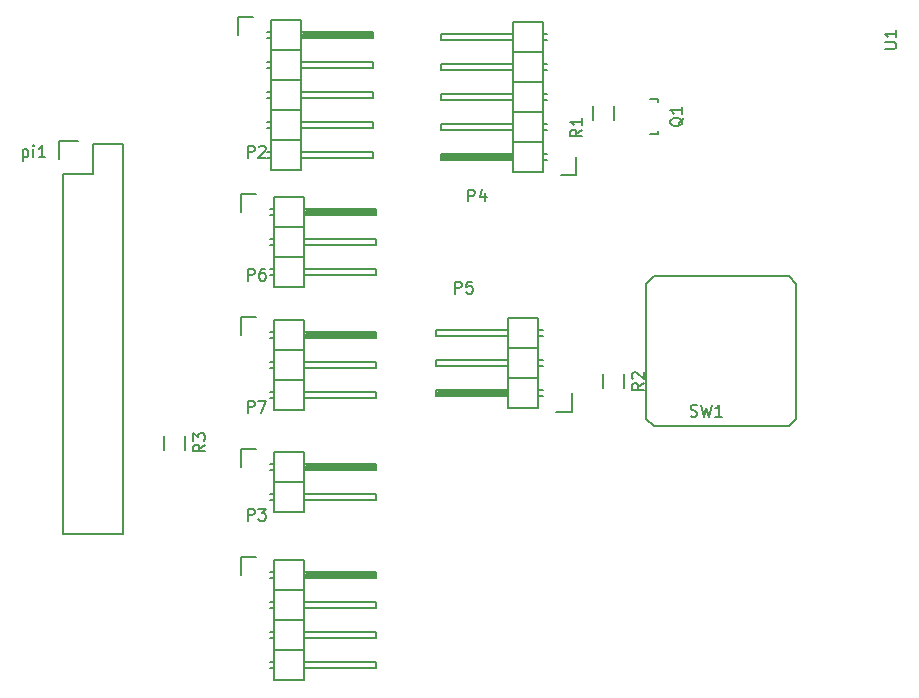
<source format=gbr>
G04 #@! TF.FileFunction,Legend,Top*
%FSLAX46Y46*%
G04 Gerber Fmt 4.6, Leading zero omitted, Abs format (unit mm)*
G04 Created by KiCad (PCBNEW 4.0.2+dfsg1-stable) date Fri 11 Nov 2016 01:01:40 AM EST*
%MOMM*%
G01*
G04 APERTURE LIST*
%ADD10C,0.100000*%
%ADD11C,0.150000*%
G04 APERTURE END LIST*
D10*
D11*
X125509500Y-127291500D02*
X125509500Y-128841500D01*
X126809500Y-127291500D02*
X125509500Y-127291500D01*
X131000500Y-128714500D02*
X136842500Y-128714500D01*
X136842500Y-128714500D02*
X136842500Y-128968500D01*
X136842500Y-128968500D02*
X131000500Y-128968500D01*
X131000500Y-128968500D02*
X131000500Y-128841500D01*
X131000500Y-128841500D02*
X136842500Y-128841500D01*
X128333500Y-128587500D02*
X127952500Y-128587500D01*
X128333500Y-129095500D02*
X127952500Y-129095500D01*
X128333500Y-131127500D02*
X127952500Y-131127500D01*
X128333500Y-131635500D02*
X127952500Y-131635500D01*
X128333500Y-133667500D02*
X127952500Y-133667500D01*
X128333500Y-134175500D02*
X127952500Y-134175500D01*
X128333500Y-136715500D02*
X127952500Y-136715500D01*
X128333500Y-136207500D02*
X127952500Y-136207500D01*
X128333500Y-127571500D02*
X130873500Y-127571500D01*
X128333500Y-130111500D02*
X130873500Y-130111500D01*
X128333500Y-130111500D02*
X128333500Y-132651500D01*
X128333500Y-132651500D02*
X130873500Y-132651500D01*
X130873500Y-131127500D02*
X136969500Y-131127500D01*
X136969500Y-131127500D02*
X136969500Y-131635500D01*
X136969500Y-131635500D02*
X130873500Y-131635500D01*
X130873500Y-132651500D02*
X130873500Y-130111500D01*
X130873500Y-130111500D02*
X130873500Y-127571500D01*
X136969500Y-129095500D02*
X130873500Y-129095500D01*
X136969500Y-128587500D02*
X136969500Y-129095500D01*
X130873500Y-128587500D02*
X136969500Y-128587500D01*
X128333500Y-130111500D02*
X130873500Y-130111500D01*
X128333500Y-127571500D02*
X128333500Y-130111500D01*
X128333500Y-135191500D02*
X130873500Y-135191500D01*
X128333500Y-135191500D02*
X128333500Y-137731500D01*
X128333500Y-137731500D02*
X130873500Y-137731500D01*
X130873500Y-136207500D02*
X136969500Y-136207500D01*
X136969500Y-136207500D02*
X136969500Y-136715500D01*
X136969500Y-136715500D02*
X130873500Y-136715500D01*
X130873500Y-137731500D02*
X130873500Y-135191500D01*
X130873500Y-135191500D02*
X130873500Y-132651500D01*
X136969500Y-134175500D02*
X130873500Y-134175500D01*
X136969500Y-133667500D02*
X136969500Y-134175500D01*
X130873500Y-133667500D02*
X136969500Y-133667500D01*
X128333500Y-135191500D02*
X130873500Y-135191500D01*
X128333500Y-132651500D02*
X128333500Y-135191500D01*
X128333500Y-132651500D02*
X130873500Y-132651500D01*
X125509500Y-106971500D02*
X125509500Y-108521500D01*
X126809500Y-106971500D02*
X125509500Y-106971500D01*
X131000500Y-108394500D02*
X136842500Y-108394500D01*
X136842500Y-108394500D02*
X136842500Y-108648500D01*
X136842500Y-108648500D02*
X131000500Y-108648500D01*
X131000500Y-108648500D02*
X131000500Y-108521500D01*
X131000500Y-108521500D02*
X136842500Y-108521500D01*
X128333500Y-108267500D02*
X127952500Y-108267500D01*
X128333500Y-108775500D02*
X127952500Y-108775500D01*
X128333500Y-110807500D02*
X127952500Y-110807500D01*
X128333500Y-111315500D02*
X127952500Y-111315500D01*
X128333500Y-113347500D02*
X127952500Y-113347500D01*
X128333500Y-113855500D02*
X127952500Y-113855500D01*
X130873500Y-109791500D02*
X130873500Y-107251500D01*
X136969500Y-108775500D02*
X130873500Y-108775500D01*
X136969500Y-108267500D02*
X136969500Y-108775500D01*
X130873500Y-108267500D02*
X136969500Y-108267500D01*
X128333500Y-109791500D02*
X130873500Y-109791500D01*
X128333500Y-107251500D02*
X128333500Y-109791500D01*
X128333500Y-107251500D02*
X130873500Y-107251500D01*
X128333500Y-112331500D02*
X130873500Y-112331500D01*
X128333500Y-112331500D02*
X128333500Y-114871500D01*
X130873500Y-113347500D02*
X136969500Y-113347500D01*
X136969500Y-113347500D02*
X136969500Y-113855500D01*
X136969500Y-113855500D02*
X130873500Y-113855500D01*
X130873500Y-114871500D02*
X130873500Y-112331500D01*
X130873500Y-112331500D02*
X130873500Y-109791500D01*
X136969500Y-111315500D02*
X130873500Y-111315500D01*
X136969500Y-110807500D02*
X136969500Y-111315500D01*
X130873500Y-110807500D02*
X136969500Y-110807500D01*
X128333500Y-112331500D02*
X130873500Y-112331500D01*
X128333500Y-109791500D02*
X128333500Y-112331500D01*
X128333500Y-109791500D02*
X130873500Y-109791500D01*
X128333500Y-114871500D02*
X130873500Y-114871500D01*
X115481100Y-92303600D02*
X115481100Y-125323600D01*
X110401100Y-94843600D02*
X110401100Y-125323600D01*
X115481100Y-125323600D02*
X110401100Y-125323600D01*
X115481100Y-92303600D02*
X112941100Y-92303600D01*
X111671100Y-92023600D02*
X110121100Y-92023600D01*
X112941100Y-92303600D02*
X112941100Y-94843600D01*
X112941100Y-94843600D02*
X110401100Y-94843600D01*
X110121100Y-92023600D02*
X110121100Y-93573600D01*
X125255500Y-81571500D02*
X125255500Y-83121500D01*
X126555500Y-81571500D02*
X125255500Y-81571500D01*
X130746500Y-82994500D02*
X136588500Y-82994500D01*
X136588500Y-82994500D02*
X136588500Y-83248500D01*
X136588500Y-83248500D02*
X130746500Y-83248500D01*
X130746500Y-83248500D02*
X130746500Y-83121500D01*
X130746500Y-83121500D02*
X136588500Y-83121500D01*
X128079500Y-82867500D02*
X127698500Y-82867500D01*
X128079500Y-83375500D02*
X127698500Y-83375500D01*
X128079500Y-85407500D02*
X127698500Y-85407500D01*
X128079500Y-85915500D02*
X127698500Y-85915500D01*
X128079500Y-87947500D02*
X127698500Y-87947500D01*
X128079500Y-88455500D02*
X127698500Y-88455500D01*
X128079500Y-90487500D02*
X127698500Y-90487500D01*
X128079500Y-90995500D02*
X127698500Y-90995500D01*
X128079500Y-93535500D02*
X127698500Y-93535500D01*
X128079500Y-93027500D02*
X127698500Y-93027500D01*
X130619500Y-84391500D02*
X130619500Y-81851500D01*
X136715500Y-83375500D02*
X130619500Y-83375500D01*
X136715500Y-82867500D02*
X136715500Y-83375500D01*
X130619500Y-82867500D02*
X136715500Y-82867500D01*
X128079500Y-84391500D02*
X130619500Y-84391500D01*
X128079500Y-81851500D02*
X128079500Y-84391500D01*
X128079500Y-81851500D02*
X130619500Y-81851500D01*
X128079500Y-86931500D02*
X130619500Y-86931500D01*
X128079500Y-86931500D02*
X128079500Y-89471500D01*
X128079500Y-89471500D02*
X130619500Y-89471500D01*
X130619500Y-87947500D02*
X136715500Y-87947500D01*
X136715500Y-87947500D02*
X136715500Y-88455500D01*
X136715500Y-88455500D02*
X130619500Y-88455500D01*
X130619500Y-89471500D02*
X130619500Y-86931500D01*
X130619500Y-86931500D02*
X130619500Y-84391500D01*
X136715500Y-85915500D02*
X130619500Y-85915500D01*
X136715500Y-85407500D02*
X136715500Y-85915500D01*
X130619500Y-85407500D02*
X136715500Y-85407500D01*
X128079500Y-86931500D02*
X130619500Y-86931500D01*
X128079500Y-84391500D02*
X128079500Y-86931500D01*
X128079500Y-84391500D02*
X130619500Y-84391500D01*
X128079500Y-92011500D02*
X130619500Y-92011500D01*
X128079500Y-92011500D02*
X128079500Y-94551500D01*
X128079500Y-94551500D02*
X130619500Y-94551500D01*
X130619500Y-93027500D02*
X136715500Y-93027500D01*
X136715500Y-93027500D02*
X136715500Y-93535500D01*
X136715500Y-93535500D02*
X130619500Y-93535500D01*
X130619500Y-94551500D02*
X130619500Y-92011500D01*
X130619500Y-92011500D02*
X130619500Y-89471500D01*
X136715500Y-90995500D02*
X130619500Y-90995500D01*
X136715500Y-90487500D02*
X136715500Y-90995500D01*
X130619500Y-90487500D02*
X136715500Y-90487500D01*
X128079500Y-92011500D02*
X130619500Y-92011500D01*
X128079500Y-89471500D02*
X128079500Y-92011500D01*
X128079500Y-89471500D02*
X130619500Y-89471500D01*
X125509500Y-96557500D02*
X125509500Y-98107500D01*
X126809500Y-96557500D02*
X125509500Y-96557500D01*
X131000500Y-97980500D02*
X136842500Y-97980500D01*
X136842500Y-97980500D02*
X136842500Y-98234500D01*
X136842500Y-98234500D02*
X131000500Y-98234500D01*
X131000500Y-98234500D02*
X131000500Y-98107500D01*
X131000500Y-98107500D02*
X136842500Y-98107500D01*
X128333500Y-97853500D02*
X127952500Y-97853500D01*
X128333500Y-98361500D02*
X127952500Y-98361500D01*
X128333500Y-100393500D02*
X127952500Y-100393500D01*
X128333500Y-100901500D02*
X127952500Y-100901500D01*
X128333500Y-102933500D02*
X127952500Y-102933500D01*
X128333500Y-103441500D02*
X127952500Y-103441500D01*
X130873500Y-99377500D02*
X130873500Y-96837500D01*
X136969500Y-98361500D02*
X130873500Y-98361500D01*
X136969500Y-97853500D02*
X136969500Y-98361500D01*
X130873500Y-97853500D02*
X136969500Y-97853500D01*
X128333500Y-99377500D02*
X130873500Y-99377500D01*
X128333500Y-96837500D02*
X128333500Y-99377500D01*
X128333500Y-96837500D02*
X130873500Y-96837500D01*
X128333500Y-101917500D02*
X130873500Y-101917500D01*
X128333500Y-101917500D02*
X128333500Y-104457500D01*
X130873500Y-102933500D02*
X136969500Y-102933500D01*
X136969500Y-102933500D02*
X136969500Y-103441500D01*
X136969500Y-103441500D02*
X130873500Y-103441500D01*
X130873500Y-104457500D02*
X130873500Y-101917500D01*
X130873500Y-101917500D02*
X130873500Y-99377500D01*
X136969500Y-100901500D02*
X130873500Y-100901500D01*
X136969500Y-100393500D02*
X136969500Y-100901500D01*
X130873500Y-100393500D02*
X136969500Y-100393500D01*
X128333500Y-101917500D02*
X130873500Y-101917500D01*
X128333500Y-99377500D02*
X128333500Y-101917500D01*
X128333500Y-99377500D02*
X130873500Y-99377500D01*
X128333500Y-104457500D02*
X130873500Y-104457500D01*
X153890500Y-94958500D02*
X153890500Y-93408500D01*
X152590500Y-94958500D02*
X153890500Y-94958500D01*
X148399500Y-93535500D02*
X142557500Y-93535500D01*
X142557500Y-93535500D02*
X142557500Y-93281500D01*
X142557500Y-93281500D02*
X148399500Y-93281500D01*
X148399500Y-93281500D02*
X148399500Y-93408500D01*
X148399500Y-93408500D02*
X142557500Y-93408500D01*
X151066500Y-93662500D02*
X151447500Y-93662500D01*
X151066500Y-93154500D02*
X151447500Y-93154500D01*
X151066500Y-91122500D02*
X151447500Y-91122500D01*
X151066500Y-90614500D02*
X151447500Y-90614500D01*
X151066500Y-88582500D02*
X151447500Y-88582500D01*
X151066500Y-88074500D02*
X151447500Y-88074500D01*
X151066500Y-86042500D02*
X151447500Y-86042500D01*
X151066500Y-85534500D02*
X151447500Y-85534500D01*
X151066500Y-82994500D02*
X151447500Y-82994500D01*
X151066500Y-83502500D02*
X151447500Y-83502500D01*
X148526500Y-92138500D02*
X148526500Y-94678500D01*
X142430500Y-93154500D02*
X148526500Y-93154500D01*
X142430500Y-93662500D02*
X142430500Y-93154500D01*
X148526500Y-93662500D02*
X142430500Y-93662500D01*
X151066500Y-92138500D02*
X148526500Y-92138500D01*
X151066500Y-94678500D02*
X151066500Y-92138500D01*
X151066500Y-94678500D02*
X148526500Y-94678500D01*
X151066500Y-89598500D02*
X148526500Y-89598500D01*
X151066500Y-89598500D02*
X151066500Y-87058500D01*
X151066500Y-87058500D02*
X148526500Y-87058500D01*
X148526500Y-88582500D02*
X142430500Y-88582500D01*
X142430500Y-88582500D02*
X142430500Y-88074500D01*
X142430500Y-88074500D02*
X148526500Y-88074500D01*
X148526500Y-87058500D02*
X148526500Y-89598500D01*
X148526500Y-89598500D02*
X148526500Y-92138500D01*
X142430500Y-90614500D02*
X148526500Y-90614500D01*
X142430500Y-91122500D02*
X142430500Y-90614500D01*
X148526500Y-91122500D02*
X142430500Y-91122500D01*
X151066500Y-89598500D02*
X148526500Y-89598500D01*
X151066500Y-92138500D02*
X151066500Y-89598500D01*
X151066500Y-92138500D02*
X148526500Y-92138500D01*
X151066500Y-84518500D02*
X148526500Y-84518500D01*
X151066500Y-84518500D02*
X151066500Y-81978500D01*
X151066500Y-81978500D02*
X148526500Y-81978500D01*
X148526500Y-83502500D02*
X142430500Y-83502500D01*
X142430500Y-83502500D02*
X142430500Y-82994500D01*
X142430500Y-82994500D02*
X148526500Y-82994500D01*
X148526500Y-81978500D02*
X148526500Y-84518500D01*
X148526500Y-84518500D02*
X148526500Y-87058500D01*
X142430500Y-85534500D02*
X148526500Y-85534500D01*
X142430500Y-86042500D02*
X142430500Y-85534500D01*
X148526500Y-86042500D02*
X142430500Y-86042500D01*
X151066500Y-84518500D02*
X148526500Y-84518500D01*
X151066500Y-87058500D02*
X151066500Y-84518500D01*
X151066500Y-87058500D02*
X148526500Y-87058500D01*
X153509500Y-114961000D02*
X153509500Y-113411000D01*
X152209500Y-114961000D02*
X153509500Y-114961000D01*
X148018500Y-113538000D02*
X142176500Y-113538000D01*
X142176500Y-113538000D02*
X142176500Y-113284000D01*
X142176500Y-113284000D02*
X148018500Y-113284000D01*
X148018500Y-113284000D02*
X148018500Y-113411000D01*
X148018500Y-113411000D02*
X142176500Y-113411000D01*
X150685500Y-113665000D02*
X151066500Y-113665000D01*
X150685500Y-113157000D02*
X151066500Y-113157000D01*
X150685500Y-111125000D02*
X151066500Y-111125000D01*
X150685500Y-110617000D02*
X151066500Y-110617000D01*
X150685500Y-108585000D02*
X151066500Y-108585000D01*
X150685500Y-108077000D02*
X151066500Y-108077000D01*
X148145500Y-112141000D02*
X148145500Y-114681000D01*
X142049500Y-113157000D02*
X148145500Y-113157000D01*
X142049500Y-113665000D02*
X142049500Y-113157000D01*
X148145500Y-113665000D02*
X142049500Y-113665000D01*
X150685500Y-112141000D02*
X148145500Y-112141000D01*
X150685500Y-114681000D02*
X150685500Y-112141000D01*
X150685500Y-114681000D02*
X148145500Y-114681000D01*
X150685500Y-109601000D02*
X148145500Y-109601000D01*
X150685500Y-109601000D02*
X150685500Y-107061000D01*
X148145500Y-108585000D02*
X142049500Y-108585000D01*
X142049500Y-108585000D02*
X142049500Y-108077000D01*
X142049500Y-108077000D02*
X148145500Y-108077000D01*
X148145500Y-107061000D02*
X148145500Y-109601000D01*
X148145500Y-109601000D02*
X148145500Y-112141000D01*
X142049500Y-110617000D02*
X148145500Y-110617000D01*
X142049500Y-111125000D02*
X142049500Y-110617000D01*
X148145500Y-111125000D02*
X142049500Y-111125000D01*
X150685500Y-109601000D02*
X148145500Y-109601000D01*
X150685500Y-112141000D02*
X150685500Y-109601000D01*
X150685500Y-112141000D02*
X148145500Y-112141000D01*
X150685500Y-107061000D02*
X148145500Y-107061000D01*
X160797240Y-91278660D02*
X160797240Y-91230400D01*
X160096200Y-88479680D02*
X160797240Y-88479680D01*
X160797240Y-88479680D02*
X160797240Y-88728600D01*
X160797240Y-91278660D02*
X160797240Y-91479320D01*
X160797240Y-91479320D02*
X160096200Y-91479320D01*
X157085000Y-89062000D02*
X157085000Y-90262000D01*
X155335000Y-90262000D02*
X155335000Y-89062000D01*
X156160500Y-112995000D02*
X156160500Y-111795000D01*
X157910500Y-111795000D02*
X157910500Y-112995000D01*
X159829500Y-115570000D02*
X159829500Y-104140000D01*
X159829500Y-104140000D02*
X160464500Y-103505000D01*
X160464500Y-103505000D02*
X171894500Y-103505000D01*
X171894500Y-103505000D02*
X172529500Y-104140000D01*
X172529500Y-104140000D02*
X172529500Y-115570000D01*
X171894500Y-116205000D02*
X160464500Y-116205000D01*
X160464500Y-116205000D02*
X159829500Y-115570000D01*
X172529500Y-115570000D02*
X171894500Y-116205000D01*
X119013000Y-118202000D02*
X119013000Y-117002000D01*
X120763000Y-117002000D02*
X120763000Y-118202000D01*
X125509500Y-118147500D02*
X125509500Y-119697500D01*
X126809500Y-118147500D02*
X125509500Y-118147500D01*
X131000500Y-119570500D02*
X136842500Y-119570500D01*
X136842500Y-119570500D02*
X136842500Y-119824500D01*
X136842500Y-119824500D02*
X131000500Y-119824500D01*
X131000500Y-119824500D02*
X131000500Y-119697500D01*
X131000500Y-119697500D02*
X136842500Y-119697500D01*
X128333500Y-119443500D02*
X127952500Y-119443500D01*
X128333500Y-119951500D02*
X127952500Y-119951500D01*
X128333500Y-121983500D02*
X127952500Y-121983500D01*
X128333500Y-122491500D02*
X127952500Y-122491500D01*
X128333500Y-118427500D02*
X130873500Y-118427500D01*
X128333500Y-120967500D02*
X130873500Y-120967500D01*
X128333500Y-120967500D02*
X128333500Y-123507500D01*
X128333500Y-123507500D02*
X130873500Y-123507500D01*
X130873500Y-121983500D02*
X136969500Y-121983500D01*
X136969500Y-121983500D02*
X136969500Y-122491500D01*
X136969500Y-122491500D02*
X130873500Y-122491500D01*
X130873500Y-123507500D02*
X130873500Y-120967500D01*
X130873500Y-120967500D02*
X130873500Y-118427500D01*
X136969500Y-119951500D02*
X130873500Y-119951500D01*
X136969500Y-119443500D02*
X136969500Y-119951500D01*
X130873500Y-119443500D02*
X136969500Y-119443500D01*
X128333500Y-120967500D02*
X130873500Y-120967500D01*
X128333500Y-118427500D02*
X128333500Y-120967500D01*
X126071405Y-124193881D02*
X126071405Y-123193881D01*
X126452358Y-123193881D01*
X126547596Y-123241500D01*
X126595215Y-123289119D01*
X126642834Y-123384357D01*
X126642834Y-123527214D01*
X126595215Y-123622452D01*
X126547596Y-123670071D01*
X126452358Y-123717690D01*
X126071405Y-123717690D01*
X126976167Y-123193881D02*
X127595215Y-123193881D01*
X127261881Y-123574833D01*
X127404739Y-123574833D01*
X127499977Y-123622452D01*
X127547596Y-123670071D01*
X127595215Y-123765310D01*
X127595215Y-124003405D01*
X127547596Y-124098643D01*
X127499977Y-124146262D01*
X127404739Y-124193881D01*
X127119024Y-124193881D01*
X127023786Y-124146262D01*
X126976167Y-124098643D01*
X126071405Y-103873881D02*
X126071405Y-102873881D01*
X126452358Y-102873881D01*
X126547596Y-102921500D01*
X126595215Y-102969119D01*
X126642834Y-103064357D01*
X126642834Y-103207214D01*
X126595215Y-103302452D01*
X126547596Y-103350071D01*
X126452358Y-103397690D01*
X126071405Y-103397690D01*
X127499977Y-102873881D02*
X127309500Y-102873881D01*
X127214262Y-102921500D01*
X127166643Y-102969119D01*
X127071405Y-103111976D01*
X127023786Y-103302452D01*
X127023786Y-103683405D01*
X127071405Y-103778643D01*
X127119024Y-103826262D01*
X127214262Y-103873881D01*
X127404739Y-103873881D01*
X127499977Y-103826262D01*
X127547596Y-103778643D01*
X127595215Y-103683405D01*
X127595215Y-103445310D01*
X127547596Y-103350071D01*
X127499977Y-103302452D01*
X127404739Y-103254833D01*
X127214262Y-103254833D01*
X127119024Y-103302452D01*
X127071405Y-103350071D01*
X127023786Y-103445310D01*
X107021429Y-92749714D02*
X107021429Y-93749714D01*
X107021429Y-92797333D02*
X107116667Y-92749714D01*
X107307144Y-92749714D01*
X107402382Y-92797333D01*
X107450001Y-92844952D01*
X107497620Y-92940190D01*
X107497620Y-93225905D01*
X107450001Y-93321143D01*
X107402382Y-93368762D01*
X107307144Y-93416381D01*
X107116667Y-93416381D01*
X107021429Y-93368762D01*
X107926191Y-93416381D02*
X107926191Y-92749714D01*
X107926191Y-92416381D02*
X107878572Y-92464000D01*
X107926191Y-92511619D01*
X107973810Y-92464000D01*
X107926191Y-92416381D01*
X107926191Y-92511619D01*
X108926191Y-93416381D02*
X108354762Y-93416381D01*
X108640476Y-93416381D02*
X108640476Y-92416381D01*
X108545238Y-92559238D01*
X108450000Y-92654476D01*
X108354762Y-92702095D01*
X126071405Y-93459881D02*
X126071405Y-92459881D01*
X126452358Y-92459881D01*
X126547596Y-92507500D01*
X126595215Y-92555119D01*
X126642834Y-92650357D01*
X126642834Y-92793214D01*
X126595215Y-92888452D01*
X126547596Y-92936071D01*
X126452358Y-92983690D01*
X126071405Y-92983690D01*
X127023786Y-92555119D02*
X127071405Y-92507500D01*
X127166643Y-92459881D01*
X127404739Y-92459881D01*
X127499977Y-92507500D01*
X127547596Y-92555119D01*
X127595215Y-92650357D01*
X127595215Y-92745595D01*
X127547596Y-92888452D01*
X126976167Y-93459881D01*
X127595215Y-93459881D01*
X144740405Y-97162881D02*
X144740405Y-96162881D01*
X145121358Y-96162881D01*
X145216596Y-96210500D01*
X145264215Y-96258119D01*
X145311834Y-96353357D01*
X145311834Y-96496214D01*
X145264215Y-96591452D01*
X145216596Y-96639071D01*
X145121358Y-96686690D01*
X144740405Y-96686690D01*
X146168977Y-96496214D02*
X146168977Y-97162881D01*
X145930881Y-96115262D02*
X145692786Y-96829548D01*
X146311834Y-96829548D01*
X143597405Y-104973381D02*
X143597405Y-103973381D01*
X143978358Y-103973381D01*
X144073596Y-104021000D01*
X144121215Y-104068619D01*
X144168834Y-104163857D01*
X144168834Y-104306714D01*
X144121215Y-104401952D01*
X144073596Y-104449571D01*
X143978358Y-104497190D01*
X143597405Y-104497190D01*
X145073596Y-103973381D02*
X144597405Y-103973381D01*
X144549786Y-104449571D01*
X144597405Y-104401952D01*
X144692643Y-104354333D01*
X144930739Y-104354333D01*
X145025977Y-104401952D01*
X145073596Y-104449571D01*
X145121215Y-104544810D01*
X145121215Y-104782905D01*
X145073596Y-104878143D01*
X145025977Y-104925762D01*
X144930739Y-104973381D01*
X144692643Y-104973381D01*
X144597405Y-104925762D01*
X144549786Y-104878143D01*
X162944619Y-90074738D02*
X162897000Y-90169976D01*
X162801762Y-90265214D01*
X162658905Y-90408071D01*
X162611286Y-90503310D01*
X162611286Y-90598548D01*
X162849381Y-90550929D02*
X162801762Y-90646167D01*
X162706524Y-90741405D01*
X162516048Y-90789024D01*
X162182714Y-90789024D01*
X161992238Y-90741405D01*
X161897000Y-90646167D01*
X161849381Y-90550929D01*
X161849381Y-90360452D01*
X161897000Y-90265214D01*
X161992238Y-90169976D01*
X162182714Y-90122357D01*
X162516048Y-90122357D01*
X162706524Y-90169976D01*
X162801762Y-90265214D01*
X162849381Y-90360452D01*
X162849381Y-90550929D01*
X162849381Y-89169976D02*
X162849381Y-89741405D01*
X162849381Y-89455691D02*
X161849381Y-89455691D01*
X161992238Y-89550929D01*
X162087476Y-89646167D01*
X162135095Y-89741405D01*
X154376381Y-91098666D02*
X153900190Y-91432000D01*
X154376381Y-91670095D02*
X153376381Y-91670095D01*
X153376381Y-91289142D01*
X153424000Y-91193904D01*
X153471619Y-91146285D01*
X153566857Y-91098666D01*
X153709714Y-91098666D01*
X153804952Y-91146285D01*
X153852571Y-91193904D01*
X153900190Y-91289142D01*
X153900190Y-91670095D01*
X154376381Y-90146285D02*
X154376381Y-90717714D01*
X154376381Y-90432000D02*
X153376381Y-90432000D01*
X153519238Y-90527238D01*
X153614476Y-90622476D01*
X153662095Y-90717714D01*
X159587881Y-112561666D02*
X159111690Y-112895000D01*
X159587881Y-113133095D02*
X158587881Y-113133095D01*
X158587881Y-112752142D01*
X158635500Y-112656904D01*
X158683119Y-112609285D01*
X158778357Y-112561666D01*
X158921214Y-112561666D01*
X159016452Y-112609285D01*
X159064071Y-112656904D01*
X159111690Y-112752142D01*
X159111690Y-113133095D01*
X158683119Y-112180714D02*
X158635500Y-112133095D01*
X158587881Y-112037857D01*
X158587881Y-111799761D01*
X158635500Y-111704523D01*
X158683119Y-111656904D01*
X158778357Y-111609285D01*
X158873595Y-111609285D01*
X159016452Y-111656904D01*
X159587881Y-112228333D01*
X159587881Y-111609285D01*
X163576167Y-115339762D02*
X163719024Y-115387381D01*
X163957120Y-115387381D01*
X164052358Y-115339762D01*
X164099977Y-115292143D01*
X164147596Y-115196905D01*
X164147596Y-115101667D01*
X164099977Y-115006429D01*
X164052358Y-114958810D01*
X163957120Y-114911190D01*
X163766643Y-114863571D01*
X163671405Y-114815952D01*
X163623786Y-114768333D01*
X163576167Y-114673095D01*
X163576167Y-114577857D01*
X163623786Y-114482619D01*
X163671405Y-114435000D01*
X163766643Y-114387381D01*
X164004739Y-114387381D01*
X164147596Y-114435000D01*
X164480929Y-114387381D02*
X164719024Y-115387381D01*
X164909501Y-114673095D01*
X165099977Y-115387381D01*
X165338072Y-114387381D01*
X166242834Y-115387381D02*
X165671405Y-115387381D01*
X165957119Y-115387381D02*
X165957119Y-114387381D01*
X165861881Y-114530238D01*
X165766643Y-114625476D01*
X165671405Y-114673095D01*
X179982881Y-84264405D02*
X180792405Y-84264405D01*
X180887643Y-84216786D01*
X180935262Y-84169167D01*
X180982881Y-84073929D01*
X180982881Y-83883452D01*
X180935262Y-83788214D01*
X180887643Y-83740595D01*
X180792405Y-83692976D01*
X179982881Y-83692976D01*
X180982881Y-82692976D02*
X180982881Y-83264405D01*
X180982881Y-82978691D02*
X179982881Y-82978691D01*
X180125738Y-83073929D01*
X180220976Y-83169167D01*
X180268595Y-83264405D01*
X122440381Y-117768666D02*
X121964190Y-118102000D01*
X122440381Y-118340095D02*
X121440381Y-118340095D01*
X121440381Y-117959142D01*
X121488000Y-117863904D01*
X121535619Y-117816285D01*
X121630857Y-117768666D01*
X121773714Y-117768666D01*
X121868952Y-117816285D01*
X121916571Y-117863904D01*
X121964190Y-117959142D01*
X121964190Y-118340095D01*
X121440381Y-117435333D02*
X121440381Y-116816285D01*
X121821333Y-117149619D01*
X121821333Y-117006761D01*
X121868952Y-116911523D01*
X121916571Y-116863904D01*
X122011810Y-116816285D01*
X122249905Y-116816285D01*
X122345143Y-116863904D01*
X122392762Y-116911523D01*
X122440381Y-117006761D01*
X122440381Y-117292476D01*
X122392762Y-117387714D01*
X122345143Y-117435333D01*
X126071405Y-115049881D02*
X126071405Y-114049881D01*
X126452358Y-114049881D01*
X126547596Y-114097500D01*
X126595215Y-114145119D01*
X126642834Y-114240357D01*
X126642834Y-114383214D01*
X126595215Y-114478452D01*
X126547596Y-114526071D01*
X126452358Y-114573690D01*
X126071405Y-114573690D01*
X126976167Y-114049881D02*
X127642834Y-114049881D01*
X127214262Y-115049881D01*
M02*

</source>
